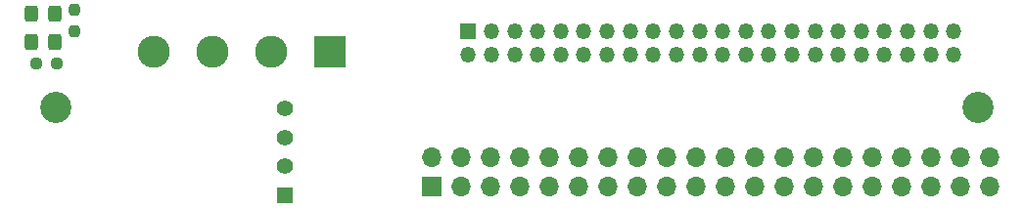
<source format=gbr>
%TF.GenerationSoftware,KiCad,Pcbnew,7.0.1*%
%TF.CreationDate,2023-04-11T11:00:07-05:00*%
%TF.ProjectId,ata_40_to_ata_44_adapter,6174615f-3430-45f7-946f-5f6174615f34,rev?*%
%TF.SameCoordinates,Original*%
%TF.FileFunction,Soldermask,Top*%
%TF.FilePolarity,Negative*%
%FSLAX46Y46*%
G04 Gerber Fmt 4.6, Leading zero omitted, Abs format (unit mm)*
G04 Created by KiCad (PCBNEW 7.0.1) date 2023-04-11 11:00:07*
%MOMM*%
%LPD*%
G01*
G04 APERTURE LIST*
G04 Aperture macros list*
%AMRoundRect*
0 Rectangle with rounded corners*
0 $1 Rounding radius*
0 $2 $3 $4 $5 $6 $7 $8 $9 X,Y pos of 4 corners*
0 Add a 4 corners polygon primitive as box body*
4,1,4,$2,$3,$4,$5,$6,$7,$8,$9,$2,$3,0*
0 Add four circle primitives for the rounded corners*
1,1,$1+$1,$2,$3*
1,1,$1+$1,$4,$5*
1,1,$1+$1,$6,$7*
1,1,$1+$1,$8,$9*
0 Add four rect primitives between the rounded corners*
20,1,$1+$1,$2,$3,$4,$5,0*
20,1,$1+$1,$4,$5,$6,$7,0*
20,1,$1+$1,$6,$7,$8,$9,0*
20,1,$1+$1,$8,$9,$2,$3,0*%
G04 Aperture macros list end*
%ADD10RoundRect,0.237500X0.250000X0.237500X-0.250000X0.237500X-0.250000X-0.237500X0.250000X-0.237500X0*%
%ADD11RoundRect,0.237500X0.237500X-0.250000X0.237500X0.250000X-0.237500X0.250000X-0.237500X-0.250000X0*%
%ADD12RoundRect,0.250000X-0.325000X-0.450000X0.325000X-0.450000X0.325000X0.450000X-0.325000X0.450000X0*%
%ADD13C,2.700000*%
%ADD14C,1.408000*%
%ADD15R,1.408000X1.408000*%
%ADD16C,2.780000*%
%ADD17R,2.780000X2.780000*%
%ADD18R,1.350000X1.350000*%
%ADD19O,1.350000X1.350000*%
%ADD20R,1.700000X1.700000*%
%ADD21O,1.700000X1.700000*%
G04 APERTURE END LIST*
D10*
%TO.C,R2*%
X77212500Y-71900000D03*
X75387500Y-71900000D03*
%TD*%
D11*
%TO.C,R1*%
X78700000Y-69112500D03*
X78700000Y-67287500D03*
%TD*%
D12*
%TO.C,D2*%
X74975000Y-70000000D03*
X77025000Y-70000000D03*
%TD*%
%TO.C,D1*%
X74975000Y-67600000D03*
X77025000Y-67600000D03*
%TD*%
D13*
%TO.C,H2*%
X77100000Y-75702500D03*
%TD*%
%TO.C,H1*%
X156900000Y-75702500D03*
%TD*%
D14*
%TO.C,J4*%
X96900000Y-75800000D03*
X96900000Y-78300000D03*
X96900000Y-80800000D03*
D15*
X96900000Y-83300000D03*
%TD*%
D16*
%TO.C,J3*%
X85560000Y-70900000D03*
X90640000Y-70900000D03*
X95720000Y-70900000D03*
D17*
X100800000Y-70900000D03*
%TD*%
D18*
%TO.C,J2*%
X112785000Y-69120000D03*
D19*
X112785000Y-71120000D03*
X114785000Y-69120000D03*
X114785000Y-71120000D03*
X116785000Y-69120000D03*
X116785000Y-71120000D03*
X118785000Y-69120000D03*
X118785000Y-71120000D03*
X120785000Y-69120000D03*
X120785000Y-71120000D03*
X122785000Y-69120000D03*
X122785000Y-71120000D03*
X124785000Y-69120000D03*
X124785000Y-71120000D03*
X126785000Y-69120000D03*
X126785000Y-71120000D03*
X128785000Y-69120000D03*
X128785000Y-71120000D03*
X130785000Y-69120000D03*
X130785000Y-71120000D03*
X132785000Y-69120000D03*
X132785000Y-71120000D03*
X134785000Y-69120000D03*
X134785000Y-71120000D03*
X136785000Y-69120000D03*
X136785000Y-71120000D03*
X138785000Y-69120000D03*
X138785000Y-71120000D03*
X140785000Y-69120000D03*
X140785000Y-71120000D03*
X142785000Y-69120000D03*
X142785000Y-71120000D03*
X144785000Y-69120000D03*
X144785000Y-71120000D03*
X146785000Y-69120000D03*
X146785000Y-71120000D03*
X148785000Y-69120000D03*
X148785000Y-71120000D03*
X150785000Y-69120000D03*
X150785000Y-71120000D03*
X152785000Y-69120000D03*
X152785000Y-71120000D03*
X154785000Y-69120000D03*
X154785000Y-71120000D03*
%TD*%
D20*
%TO.C,J1*%
X109660000Y-82560000D03*
D21*
X109660000Y-80020000D03*
X112200000Y-82560000D03*
X112200000Y-80020000D03*
X114740000Y-82560000D03*
X114740000Y-80020000D03*
X117280000Y-82560000D03*
X117280000Y-80020000D03*
X119820000Y-82560000D03*
X119820000Y-80020000D03*
X122360000Y-82560000D03*
X122360000Y-80020000D03*
X124900000Y-82560000D03*
X124900000Y-80020000D03*
X127440000Y-82560000D03*
X127440000Y-80020000D03*
X129980000Y-82560000D03*
X129980000Y-80020000D03*
X132520000Y-82560000D03*
X132520000Y-80020000D03*
X135060000Y-82560000D03*
X135060000Y-80020000D03*
X137600000Y-82560000D03*
X137600000Y-80020000D03*
X140140000Y-82560000D03*
X140140000Y-80020000D03*
X142680000Y-82560000D03*
X142680000Y-80020000D03*
X145220000Y-82560000D03*
X145220000Y-80020000D03*
X147760000Y-82560000D03*
X147760000Y-80020000D03*
X150300000Y-82560000D03*
X150300000Y-80020000D03*
X152840000Y-82560000D03*
X152840000Y-80020000D03*
X155380000Y-82560000D03*
X155380000Y-80020000D03*
X157920000Y-82560000D03*
X157920000Y-80020000D03*
%TD*%
M02*

</source>
